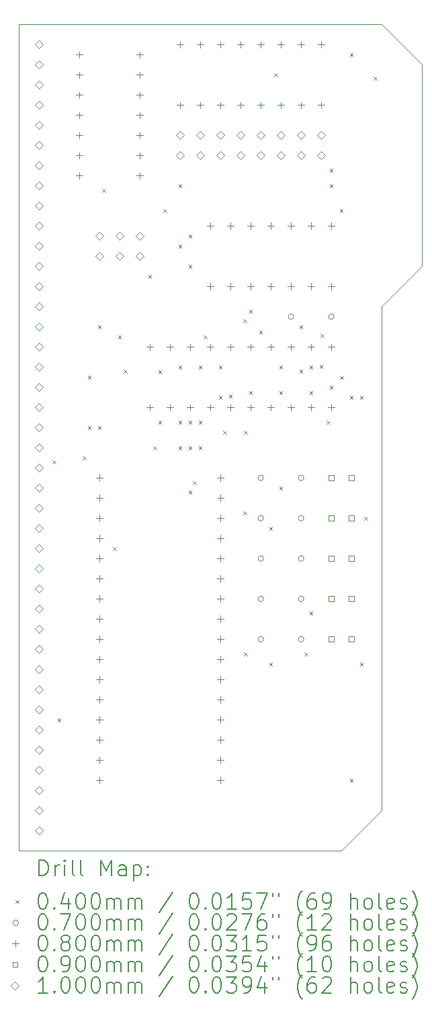
<source format=gbr>
%FSLAX45Y45*%
G04 Gerber Fmt 4.5, Leading zero omitted, Abs format (unit mm)*
G04 Created by KiCad (PCBNEW 6.0.2+dfsg-1) date 2023-09-16 22:12:09*
%MOMM*%
%LPD*%
G01*
G04 APERTURE LIST*
%TA.AperFunction,Profile*%
%ADD10C,0.050000*%
%TD*%
%ADD11C,0.200000*%
%ADD12C,0.040000*%
%ADD13C,0.070000*%
%ADD14C,0.080000*%
%ADD15C,0.090000*%
%ADD16C,0.100000*%
G04 APERTURE END LIST*
D10*
X13970000Y-4318000D02*
X13970000Y-6858000D01*
X13970000Y-6858000D02*
X13462000Y-7366000D01*
X13462000Y-7366000D02*
X13462000Y-13716000D01*
X13462000Y-13716000D02*
X12954000Y-14224000D01*
X12954000Y-14224000D02*
X8890000Y-14224000D01*
X8890000Y-14224000D02*
X8890000Y-3810000D01*
X8890000Y-3810000D02*
X13462000Y-3810000D01*
X13462000Y-3810000D02*
X13970000Y-4318000D01*
D11*
D12*
X9314500Y-9305550D02*
X9354500Y-9345550D01*
X9354500Y-9305550D02*
X9314500Y-9345550D01*
X9378000Y-12553000D02*
X9418000Y-12593000D01*
X9418000Y-12553000D02*
X9378000Y-12593000D01*
X9695500Y-9251000D02*
X9735500Y-9291000D01*
X9735500Y-9251000D02*
X9695500Y-9291000D01*
X9759000Y-8235000D02*
X9799000Y-8275000D01*
X9799000Y-8235000D02*
X9759000Y-8275000D01*
X9759000Y-8870000D02*
X9799000Y-8910000D01*
X9799000Y-8870000D02*
X9759000Y-8910000D01*
X9886000Y-7600000D02*
X9926000Y-7640000D01*
X9926000Y-7600000D02*
X9886000Y-7640000D01*
X9886000Y-8870000D02*
X9926000Y-8910000D01*
X9926000Y-8870000D02*
X9886000Y-8910000D01*
X9940550Y-5885500D02*
X9980550Y-5925500D01*
X9980550Y-5885500D02*
X9940550Y-5925500D01*
X10073285Y-10397215D02*
X10113285Y-10437215D01*
X10113285Y-10397215D02*
X10073285Y-10437215D01*
X10140000Y-7727000D02*
X10180000Y-7767000D01*
X10180000Y-7727000D02*
X10140000Y-7767000D01*
X10212450Y-8162550D02*
X10252450Y-8202550D01*
X10252450Y-8162550D02*
X10212450Y-8202550D01*
X10521000Y-6965000D02*
X10561000Y-7005000D01*
X10561000Y-6965000D02*
X10521000Y-7005000D01*
X10584500Y-9124000D02*
X10624500Y-9164000D01*
X10624500Y-9124000D02*
X10584500Y-9164000D01*
X10648000Y-8171928D02*
X10688000Y-8211928D01*
X10688000Y-8171928D02*
X10648000Y-8211928D01*
X10648000Y-8806500D02*
X10688000Y-8846500D01*
X10688000Y-8806500D02*
X10648000Y-8846500D01*
X10711500Y-6139500D02*
X10751500Y-6179500D01*
X10751500Y-6139500D02*
X10711500Y-6179500D01*
X10902000Y-5822000D02*
X10942000Y-5862000D01*
X10942000Y-5822000D02*
X10902000Y-5862000D01*
X10902000Y-6584000D02*
X10942000Y-6624000D01*
X10942000Y-6584000D02*
X10902000Y-6624000D01*
X10902000Y-8108000D02*
X10942000Y-8148000D01*
X10942000Y-8108000D02*
X10902000Y-8148000D01*
X10902000Y-8806500D02*
X10942000Y-8846500D01*
X10942000Y-8806500D02*
X10902000Y-8846500D01*
X10902000Y-9124000D02*
X10942000Y-9164000D01*
X10942000Y-9124000D02*
X10902000Y-9164000D01*
X11028500Y-8807000D02*
X11068500Y-8847000D01*
X11068500Y-8807000D02*
X11028500Y-8847000D01*
X11029000Y-6457000D02*
X11069000Y-6497000D01*
X11069000Y-6457000D02*
X11029000Y-6497000D01*
X11029000Y-6838000D02*
X11069000Y-6878000D01*
X11069000Y-6838000D02*
X11029000Y-6878000D01*
X11029000Y-9124000D02*
X11069000Y-9164000D01*
X11069000Y-9124000D02*
X11029000Y-9164000D01*
X11029000Y-9686550D02*
X11069000Y-9726550D01*
X11069000Y-9686550D02*
X11029000Y-9726550D01*
X11083550Y-9568500D02*
X11123550Y-9608500D01*
X11123550Y-9568500D02*
X11083550Y-9608500D01*
X11156000Y-8108000D02*
X11196000Y-8148000D01*
X11196000Y-8108000D02*
X11156000Y-8148000D01*
X11156000Y-8806500D02*
X11196000Y-8846500D01*
X11196000Y-8806500D02*
X11156000Y-8846500D01*
X11156000Y-9124000D02*
X11196000Y-9164000D01*
X11196000Y-9124000D02*
X11156000Y-9164000D01*
X11219500Y-7727000D02*
X11259500Y-7767000D01*
X11259500Y-7727000D02*
X11219500Y-7767000D01*
X11410000Y-8108000D02*
X11450000Y-8148000D01*
X11450000Y-8108000D02*
X11410000Y-8148000D01*
X11410000Y-8489000D02*
X11450000Y-8529000D01*
X11450000Y-8489000D02*
X11410000Y-8529000D01*
X11464550Y-8933500D02*
X11504550Y-8973500D01*
X11504550Y-8933500D02*
X11464550Y-8973500D01*
X11537047Y-8477051D02*
X11577047Y-8517051D01*
X11577047Y-8477051D02*
X11537047Y-8517051D01*
X11718550Y-7525793D02*
X11758550Y-7565793D01*
X11758550Y-7525793D02*
X11718550Y-7565793D01*
X11721401Y-9949500D02*
X11761401Y-9989500D01*
X11761401Y-9949500D02*
X11721401Y-9989500D01*
X11727500Y-8933500D02*
X11767500Y-8973500D01*
X11767500Y-8933500D02*
X11727500Y-8973500D01*
X11727500Y-11727500D02*
X11767500Y-11767500D01*
X11767500Y-11727500D02*
X11727500Y-11767500D01*
X11791000Y-7409500D02*
X11831000Y-7449500D01*
X11831000Y-7409500D02*
X11791000Y-7449500D01*
X11791000Y-8434450D02*
X11831000Y-8474450D01*
X11831000Y-8434450D02*
X11791000Y-8474450D01*
X11918000Y-7672450D02*
X11958000Y-7712450D01*
X11958000Y-7672450D02*
X11918000Y-7712450D01*
X12045000Y-10140000D02*
X12085000Y-10180000D01*
X12085000Y-10140000D02*
X12045000Y-10180000D01*
X12045000Y-11854500D02*
X12085000Y-11894500D01*
X12085000Y-11854500D02*
X12045000Y-11894500D01*
X12108500Y-4425000D02*
X12148500Y-4465000D01*
X12148500Y-4425000D02*
X12108500Y-4465000D01*
X12172000Y-8108000D02*
X12212000Y-8148000D01*
X12212000Y-8108000D02*
X12172000Y-8148000D01*
X12172000Y-8434450D02*
X12212000Y-8474450D01*
X12212000Y-8434450D02*
X12172000Y-8474450D01*
X12172000Y-9632000D02*
X12212000Y-9672000D01*
X12212000Y-9632000D02*
X12172000Y-9672000D01*
X12426000Y-7600000D02*
X12466000Y-7640000D01*
X12466000Y-7600000D02*
X12426000Y-7640000D01*
X12426000Y-8162550D02*
X12466000Y-8202550D01*
X12466000Y-8162550D02*
X12426000Y-8202550D01*
X12489500Y-11727500D02*
X12529500Y-11767500D01*
X12529500Y-11727500D02*
X12489500Y-11767500D01*
X12553000Y-8108000D02*
X12593000Y-8148000D01*
X12593000Y-8108000D02*
X12553000Y-8148000D01*
X12553000Y-8434450D02*
X12593000Y-8474450D01*
X12593000Y-8434450D02*
X12553000Y-8474450D01*
X12553000Y-11210550D02*
X12593000Y-11250550D01*
X12593000Y-11210550D02*
X12553000Y-11250550D01*
X12680000Y-8099050D02*
X12720000Y-8139050D01*
X12720000Y-8099050D02*
X12680000Y-8139050D01*
X12692270Y-7714730D02*
X12732270Y-7754730D01*
X12732270Y-7714730D02*
X12692270Y-7754730D01*
X12766499Y-8806500D02*
X12806499Y-8846500D01*
X12806499Y-8806500D02*
X12766499Y-8846500D01*
X12807000Y-5631500D02*
X12847000Y-5671500D01*
X12847000Y-5631500D02*
X12807000Y-5671500D01*
X12807000Y-5822000D02*
X12847000Y-5862000D01*
X12847000Y-5822000D02*
X12807000Y-5862000D01*
X12807000Y-8362000D02*
X12847000Y-8402000D01*
X12847000Y-8362000D02*
X12807000Y-8402000D01*
X12934000Y-6139500D02*
X12974000Y-6179500D01*
X12974000Y-6139500D02*
X12934000Y-6179500D01*
X12940339Y-8241360D02*
X12980339Y-8281360D01*
X12980339Y-8241360D02*
X12940339Y-8281360D01*
X13061000Y-4171000D02*
X13101000Y-4211000D01*
X13101000Y-4171000D02*
X13061000Y-4211000D01*
X13061000Y-8489000D02*
X13101000Y-8529000D01*
X13101000Y-8489000D02*
X13061000Y-8529000D01*
X13061000Y-13315000D02*
X13101000Y-13355000D01*
X13101000Y-13315000D02*
X13061000Y-13355000D01*
X13188000Y-8489000D02*
X13228000Y-8529000D01*
X13228000Y-8489000D02*
X13188000Y-8529000D01*
X13188000Y-11854500D02*
X13228000Y-11894500D01*
X13228000Y-11854500D02*
X13188000Y-11894500D01*
X13242550Y-10013000D02*
X13282550Y-10053000D01*
X13282550Y-10013000D02*
X13242550Y-10053000D01*
X13359952Y-4469952D02*
X13399952Y-4509952D01*
X13399952Y-4469952D02*
X13359952Y-4509952D01*
D13*
X11973000Y-9525000D02*
G75*
G03*
X11973000Y-9525000I-35000J0D01*
G01*
X11973000Y-10033000D02*
G75*
G03*
X11973000Y-10033000I-35000J0D01*
G01*
X11973000Y-10541000D02*
G75*
G03*
X11973000Y-10541000I-35000J0D01*
G01*
X11973000Y-11049000D02*
G75*
G03*
X11973000Y-11049000I-35000J0D01*
G01*
X11973000Y-11557000D02*
G75*
G03*
X11973000Y-11557000I-35000J0D01*
G01*
X12354000Y-7493000D02*
G75*
G03*
X12354000Y-7493000I-35000J0D01*
G01*
X12481000Y-9525000D02*
G75*
G03*
X12481000Y-9525000I-35000J0D01*
G01*
X12481000Y-10033000D02*
G75*
G03*
X12481000Y-10033000I-35000J0D01*
G01*
X12481000Y-10541000D02*
G75*
G03*
X12481000Y-10541000I-35000J0D01*
G01*
X12481000Y-11049000D02*
G75*
G03*
X12481000Y-11049000I-35000J0D01*
G01*
X12481000Y-11557000D02*
G75*
G03*
X12481000Y-11557000I-35000J0D01*
G01*
X12862000Y-7493000D02*
G75*
G03*
X12862000Y-7493000I-35000J0D01*
G01*
D14*
X9651000Y-4151500D02*
X9651000Y-4231500D01*
X9611000Y-4191500D02*
X9691000Y-4191500D01*
X9651000Y-4405500D02*
X9651000Y-4485500D01*
X9611000Y-4445500D02*
X9691000Y-4445500D01*
X9651000Y-4659500D02*
X9651000Y-4739500D01*
X9611000Y-4699500D02*
X9691000Y-4699500D01*
X9651000Y-4913500D02*
X9651000Y-4993500D01*
X9611000Y-4953500D02*
X9691000Y-4953500D01*
X9651000Y-5167500D02*
X9651000Y-5247500D01*
X9611000Y-5207500D02*
X9691000Y-5207500D01*
X9651000Y-5421500D02*
X9651000Y-5501500D01*
X9611000Y-5461500D02*
X9691000Y-5461500D01*
X9651000Y-5675500D02*
X9651000Y-5755500D01*
X9611000Y-5715500D02*
X9691000Y-5715500D01*
X9906500Y-9485000D02*
X9906500Y-9565000D01*
X9866500Y-9525000D02*
X9946500Y-9525000D01*
X9906500Y-9739000D02*
X9906500Y-9819000D01*
X9866500Y-9779000D02*
X9946500Y-9779000D01*
X9906500Y-9993000D02*
X9906500Y-10073000D01*
X9866500Y-10033000D02*
X9946500Y-10033000D01*
X9906500Y-10247000D02*
X9906500Y-10327000D01*
X9866500Y-10287000D02*
X9946500Y-10287000D01*
X9906500Y-10501000D02*
X9906500Y-10581000D01*
X9866500Y-10541000D02*
X9946500Y-10541000D01*
X9906500Y-10755000D02*
X9906500Y-10835000D01*
X9866500Y-10795000D02*
X9946500Y-10795000D01*
X9906500Y-11009000D02*
X9906500Y-11089000D01*
X9866500Y-11049000D02*
X9946500Y-11049000D01*
X9906500Y-11263000D02*
X9906500Y-11343000D01*
X9866500Y-11303000D02*
X9946500Y-11303000D01*
X9906500Y-11517000D02*
X9906500Y-11597000D01*
X9866500Y-11557000D02*
X9946500Y-11557000D01*
X9906500Y-11771000D02*
X9906500Y-11851000D01*
X9866500Y-11811000D02*
X9946500Y-11811000D01*
X9906500Y-12025000D02*
X9906500Y-12105000D01*
X9866500Y-12065000D02*
X9946500Y-12065000D01*
X9906500Y-12279000D02*
X9906500Y-12359000D01*
X9866500Y-12319000D02*
X9946500Y-12319000D01*
X9906500Y-12533000D02*
X9906500Y-12613000D01*
X9866500Y-12573000D02*
X9946500Y-12573000D01*
X9906500Y-12787000D02*
X9906500Y-12867000D01*
X9866500Y-12827000D02*
X9946500Y-12827000D01*
X9906500Y-13041000D02*
X9906500Y-13121000D01*
X9866500Y-13081000D02*
X9946500Y-13081000D01*
X9906500Y-13295000D02*
X9906500Y-13375000D01*
X9866500Y-13335000D02*
X9946500Y-13335000D01*
X10413000Y-4151500D02*
X10413000Y-4231500D01*
X10373000Y-4191500D02*
X10453000Y-4191500D01*
X10413000Y-4405500D02*
X10413000Y-4485500D01*
X10373000Y-4445500D02*
X10453000Y-4445500D01*
X10413000Y-4659500D02*
X10413000Y-4739500D01*
X10373000Y-4699500D02*
X10453000Y-4699500D01*
X10413000Y-4913500D02*
X10413000Y-4993500D01*
X10373000Y-4953500D02*
X10453000Y-4953500D01*
X10413000Y-5167500D02*
X10413000Y-5247500D01*
X10373000Y-5207500D02*
X10453000Y-5207500D01*
X10413000Y-5421500D02*
X10413000Y-5501500D01*
X10373000Y-5461500D02*
X10453000Y-5461500D01*
X10413000Y-5675500D02*
X10413000Y-5755500D01*
X10373000Y-5715500D02*
X10453000Y-5715500D01*
X10540500Y-7835000D02*
X10540500Y-7915000D01*
X10500500Y-7875000D02*
X10580500Y-7875000D01*
X10540500Y-8597000D02*
X10540500Y-8677000D01*
X10500500Y-8637000D02*
X10580500Y-8637000D01*
X10794500Y-7835000D02*
X10794500Y-7915000D01*
X10754500Y-7875000D02*
X10834500Y-7875000D01*
X10794500Y-8597000D02*
X10794500Y-8677000D01*
X10754500Y-8637000D02*
X10834500Y-8637000D01*
X10920500Y-4025000D02*
X10920500Y-4105000D01*
X10880500Y-4065000D02*
X10960500Y-4065000D01*
X10920500Y-4787000D02*
X10920500Y-4867000D01*
X10880500Y-4827000D02*
X10960500Y-4827000D01*
X11048500Y-7835000D02*
X11048500Y-7915000D01*
X11008500Y-7875000D02*
X11088500Y-7875000D01*
X11048500Y-8597000D02*
X11048500Y-8677000D01*
X11008500Y-8637000D02*
X11088500Y-8637000D01*
X11174500Y-4025000D02*
X11174500Y-4105000D01*
X11134500Y-4065000D02*
X11214500Y-4065000D01*
X11174500Y-4787000D02*
X11174500Y-4867000D01*
X11134500Y-4827000D02*
X11214500Y-4827000D01*
X11302500Y-6309000D02*
X11302500Y-6389000D01*
X11262500Y-6349000D02*
X11342500Y-6349000D01*
X11302500Y-7071000D02*
X11302500Y-7151000D01*
X11262500Y-7111000D02*
X11342500Y-7111000D01*
X11302500Y-7835000D02*
X11302500Y-7915000D01*
X11262500Y-7875000D02*
X11342500Y-7875000D01*
X11302500Y-8597000D02*
X11302500Y-8677000D01*
X11262500Y-8637000D02*
X11342500Y-8637000D01*
X11428500Y-4025000D02*
X11428500Y-4105000D01*
X11388500Y-4065000D02*
X11468500Y-4065000D01*
X11428500Y-4787000D02*
X11428500Y-4867000D01*
X11388500Y-4827000D02*
X11468500Y-4827000D01*
X11430500Y-9485000D02*
X11430500Y-9565000D01*
X11390500Y-9525000D02*
X11470500Y-9525000D01*
X11430500Y-9739000D02*
X11430500Y-9819000D01*
X11390500Y-9779000D02*
X11470500Y-9779000D01*
X11430500Y-9993000D02*
X11430500Y-10073000D01*
X11390500Y-10033000D02*
X11470500Y-10033000D01*
X11430500Y-10247000D02*
X11430500Y-10327000D01*
X11390500Y-10287000D02*
X11470500Y-10287000D01*
X11430500Y-10501000D02*
X11430500Y-10581000D01*
X11390500Y-10541000D02*
X11470500Y-10541000D01*
X11430500Y-10755000D02*
X11430500Y-10835000D01*
X11390500Y-10795000D02*
X11470500Y-10795000D01*
X11430500Y-11009000D02*
X11430500Y-11089000D01*
X11390500Y-11049000D02*
X11470500Y-11049000D01*
X11430500Y-11263000D02*
X11430500Y-11343000D01*
X11390500Y-11303000D02*
X11470500Y-11303000D01*
X11430500Y-11517000D02*
X11430500Y-11597000D01*
X11390500Y-11557000D02*
X11470500Y-11557000D01*
X11430500Y-11771000D02*
X11430500Y-11851000D01*
X11390500Y-11811000D02*
X11470500Y-11811000D01*
X11430500Y-12025000D02*
X11430500Y-12105000D01*
X11390500Y-12065000D02*
X11470500Y-12065000D01*
X11430500Y-12279000D02*
X11430500Y-12359000D01*
X11390500Y-12319000D02*
X11470500Y-12319000D01*
X11430500Y-12533000D02*
X11430500Y-12613000D01*
X11390500Y-12573000D02*
X11470500Y-12573000D01*
X11430500Y-12787000D02*
X11430500Y-12867000D01*
X11390500Y-12827000D02*
X11470500Y-12827000D01*
X11430500Y-13041000D02*
X11430500Y-13121000D01*
X11390500Y-13081000D02*
X11470500Y-13081000D01*
X11430500Y-13295000D02*
X11430500Y-13375000D01*
X11390500Y-13335000D02*
X11470500Y-13335000D01*
X11556500Y-6309000D02*
X11556500Y-6389000D01*
X11516500Y-6349000D02*
X11596500Y-6349000D01*
X11556500Y-7071000D02*
X11556500Y-7151000D01*
X11516500Y-7111000D02*
X11596500Y-7111000D01*
X11556500Y-7835000D02*
X11556500Y-7915000D01*
X11516500Y-7875000D02*
X11596500Y-7875000D01*
X11556500Y-8597000D02*
X11556500Y-8677000D01*
X11516500Y-8637000D02*
X11596500Y-8637000D01*
X11682500Y-4025000D02*
X11682500Y-4105000D01*
X11642500Y-4065000D02*
X11722500Y-4065000D01*
X11682500Y-4787000D02*
X11682500Y-4867000D01*
X11642500Y-4827000D02*
X11722500Y-4827000D01*
X11810500Y-6309000D02*
X11810500Y-6389000D01*
X11770500Y-6349000D02*
X11850500Y-6349000D01*
X11810500Y-7071000D02*
X11810500Y-7151000D01*
X11770500Y-7111000D02*
X11850500Y-7111000D01*
X11810500Y-7835000D02*
X11810500Y-7915000D01*
X11770500Y-7875000D02*
X11850500Y-7875000D01*
X11810500Y-8597000D02*
X11810500Y-8677000D01*
X11770500Y-8637000D02*
X11850500Y-8637000D01*
X11936500Y-4025000D02*
X11936500Y-4105000D01*
X11896500Y-4065000D02*
X11976500Y-4065000D01*
X11936500Y-4787000D02*
X11936500Y-4867000D01*
X11896500Y-4827000D02*
X11976500Y-4827000D01*
X12064500Y-6309000D02*
X12064500Y-6389000D01*
X12024500Y-6349000D02*
X12104500Y-6349000D01*
X12064500Y-7071000D02*
X12064500Y-7151000D01*
X12024500Y-7111000D02*
X12104500Y-7111000D01*
X12064500Y-7835000D02*
X12064500Y-7915000D01*
X12024500Y-7875000D02*
X12104500Y-7875000D01*
X12064500Y-8597000D02*
X12064500Y-8677000D01*
X12024500Y-8637000D02*
X12104500Y-8637000D01*
X12190500Y-4025000D02*
X12190500Y-4105000D01*
X12150500Y-4065000D02*
X12230500Y-4065000D01*
X12190500Y-4787000D02*
X12190500Y-4867000D01*
X12150500Y-4827000D02*
X12230500Y-4827000D01*
X12318500Y-6309000D02*
X12318500Y-6389000D01*
X12278500Y-6349000D02*
X12358500Y-6349000D01*
X12318500Y-7071000D02*
X12318500Y-7151000D01*
X12278500Y-7111000D02*
X12358500Y-7111000D01*
X12318500Y-7835000D02*
X12318500Y-7915000D01*
X12278500Y-7875000D02*
X12358500Y-7875000D01*
X12318500Y-8597000D02*
X12318500Y-8677000D01*
X12278500Y-8637000D02*
X12358500Y-8637000D01*
X12444500Y-4025000D02*
X12444500Y-4105000D01*
X12404500Y-4065000D02*
X12484500Y-4065000D01*
X12444500Y-4787000D02*
X12444500Y-4867000D01*
X12404500Y-4827000D02*
X12484500Y-4827000D01*
X12572500Y-6309000D02*
X12572500Y-6389000D01*
X12532500Y-6349000D02*
X12612500Y-6349000D01*
X12572500Y-7071000D02*
X12572500Y-7151000D01*
X12532500Y-7111000D02*
X12612500Y-7111000D01*
X12572500Y-7835000D02*
X12572500Y-7915000D01*
X12532500Y-7875000D02*
X12612500Y-7875000D01*
X12572500Y-8597000D02*
X12572500Y-8677000D01*
X12532500Y-8637000D02*
X12612500Y-8637000D01*
X12698500Y-4025000D02*
X12698500Y-4105000D01*
X12658500Y-4065000D02*
X12738500Y-4065000D01*
X12698500Y-4787000D02*
X12698500Y-4867000D01*
X12658500Y-4827000D02*
X12738500Y-4827000D01*
X12826500Y-6309000D02*
X12826500Y-6389000D01*
X12786500Y-6349000D02*
X12866500Y-6349000D01*
X12826500Y-7071000D02*
X12826500Y-7151000D01*
X12786500Y-7111000D02*
X12866500Y-7111000D01*
X12826500Y-7835000D02*
X12826500Y-7915000D01*
X12786500Y-7875000D02*
X12866500Y-7875000D01*
X12826500Y-8597000D02*
X12826500Y-8677000D01*
X12786500Y-8637000D02*
X12866500Y-8637000D01*
D15*
X12858820Y-9556820D02*
X12858820Y-9493180D01*
X12795180Y-9493180D01*
X12795180Y-9556820D01*
X12858820Y-9556820D01*
X12858820Y-10064820D02*
X12858820Y-10001180D01*
X12795180Y-10001180D01*
X12795180Y-10064820D01*
X12858820Y-10064820D01*
X12858820Y-10572820D02*
X12858820Y-10509180D01*
X12795180Y-10509180D01*
X12795180Y-10572820D01*
X12858820Y-10572820D01*
X12858820Y-11080820D02*
X12858820Y-11017180D01*
X12795180Y-11017180D01*
X12795180Y-11080820D01*
X12858820Y-11080820D01*
X12858820Y-11588820D02*
X12858820Y-11525180D01*
X12795180Y-11525180D01*
X12795180Y-11588820D01*
X12858820Y-11588820D01*
X13112820Y-9556820D02*
X13112820Y-9493180D01*
X13049180Y-9493180D01*
X13049180Y-9556820D01*
X13112820Y-9556820D01*
X13112820Y-10064820D02*
X13112820Y-10001180D01*
X13049180Y-10001180D01*
X13049180Y-10064820D01*
X13112820Y-10064820D01*
X13112820Y-10572820D02*
X13112820Y-10509180D01*
X13049180Y-10509180D01*
X13049180Y-10572820D01*
X13112820Y-10572820D01*
X13112820Y-11080820D02*
X13112820Y-11017180D01*
X13049180Y-11017180D01*
X13049180Y-11080820D01*
X13112820Y-11080820D01*
X13112820Y-11588820D02*
X13112820Y-11525180D01*
X13049180Y-11525180D01*
X13049180Y-11588820D01*
X13112820Y-11588820D01*
D16*
X9144000Y-4114000D02*
X9194000Y-4064000D01*
X9144000Y-4014000D01*
X9094000Y-4064000D01*
X9144000Y-4114000D01*
X9144000Y-4368000D02*
X9194000Y-4318000D01*
X9144000Y-4268000D01*
X9094000Y-4318000D01*
X9144000Y-4368000D01*
X9144000Y-4622000D02*
X9194000Y-4572000D01*
X9144000Y-4522000D01*
X9094000Y-4572000D01*
X9144000Y-4622000D01*
X9144000Y-4876000D02*
X9194000Y-4826000D01*
X9144000Y-4776000D01*
X9094000Y-4826000D01*
X9144000Y-4876000D01*
X9144000Y-5130000D02*
X9194000Y-5080000D01*
X9144000Y-5030000D01*
X9094000Y-5080000D01*
X9144000Y-5130000D01*
X9144000Y-5384000D02*
X9194000Y-5334000D01*
X9144000Y-5284000D01*
X9094000Y-5334000D01*
X9144000Y-5384000D01*
X9144000Y-5638000D02*
X9194000Y-5588000D01*
X9144000Y-5538000D01*
X9094000Y-5588000D01*
X9144000Y-5638000D01*
X9144000Y-5892000D02*
X9194000Y-5842000D01*
X9144000Y-5792000D01*
X9094000Y-5842000D01*
X9144000Y-5892000D01*
X9144000Y-6146000D02*
X9194000Y-6096000D01*
X9144000Y-6046000D01*
X9094000Y-6096000D01*
X9144000Y-6146000D01*
X9144000Y-6400000D02*
X9194000Y-6350000D01*
X9144000Y-6300000D01*
X9094000Y-6350000D01*
X9144000Y-6400000D01*
X9144000Y-6654000D02*
X9194000Y-6604000D01*
X9144000Y-6554000D01*
X9094000Y-6604000D01*
X9144000Y-6654000D01*
X9144000Y-6908000D02*
X9194000Y-6858000D01*
X9144000Y-6808000D01*
X9094000Y-6858000D01*
X9144000Y-6908000D01*
X9144000Y-7162000D02*
X9194000Y-7112000D01*
X9144000Y-7062000D01*
X9094000Y-7112000D01*
X9144000Y-7162000D01*
X9144000Y-7416000D02*
X9194000Y-7366000D01*
X9144000Y-7316000D01*
X9094000Y-7366000D01*
X9144000Y-7416000D01*
X9144000Y-7670000D02*
X9194000Y-7620000D01*
X9144000Y-7570000D01*
X9094000Y-7620000D01*
X9144000Y-7670000D01*
X9144000Y-7924000D02*
X9194000Y-7874000D01*
X9144000Y-7824000D01*
X9094000Y-7874000D01*
X9144000Y-7924000D01*
X9144000Y-8178000D02*
X9194000Y-8128000D01*
X9144000Y-8078000D01*
X9094000Y-8128000D01*
X9144000Y-8178000D01*
X9144000Y-8432000D02*
X9194000Y-8382000D01*
X9144000Y-8332000D01*
X9094000Y-8382000D01*
X9144000Y-8432000D01*
X9144000Y-8686000D02*
X9194000Y-8636000D01*
X9144000Y-8586000D01*
X9094000Y-8636000D01*
X9144000Y-8686000D01*
X9144000Y-8940000D02*
X9194000Y-8890000D01*
X9144000Y-8840000D01*
X9094000Y-8890000D01*
X9144000Y-8940000D01*
X9144000Y-9194000D02*
X9194000Y-9144000D01*
X9144000Y-9094000D01*
X9094000Y-9144000D01*
X9144000Y-9194000D01*
X9144000Y-9448000D02*
X9194000Y-9398000D01*
X9144000Y-9348000D01*
X9094000Y-9398000D01*
X9144000Y-9448000D01*
X9144000Y-9702000D02*
X9194000Y-9652000D01*
X9144000Y-9602000D01*
X9094000Y-9652000D01*
X9144000Y-9702000D01*
X9144000Y-9956000D02*
X9194000Y-9906000D01*
X9144000Y-9856000D01*
X9094000Y-9906000D01*
X9144000Y-9956000D01*
X9144000Y-10210000D02*
X9194000Y-10160000D01*
X9144000Y-10110000D01*
X9094000Y-10160000D01*
X9144000Y-10210000D01*
X9144000Y-10464000D02*
X9194000Y-10414000D01*
X9144000Y-10364000D01*
X9094000Y-10414000D01*
X9144000Y-10464000D01*
X9144000Y-10718000D02*
X9194000Y-10668000D01*
X9144000Y-10618000D01*
X9094000Y-10668000D01*
X9144000Y-10718000D01*
X9144000Y-10972000D02*
X9194000Y-10922000D01*
X9144000Y-10872000D01*
X9094000Y-10922000D01*
X9144000Y-10972000D01*
X9144000Y-11226000D02*
X9194000Y-11176000D01*
X9144000Y-11126000D01*
X9094000Y-11176000D01*
X9144000Y-11226000D01*
X9144000Y-11480000D02*
X9194000Y-11430000D01*
X9144000Y-11380000D01*
X9094000Y-11430000D01*
X9144000Y-11480000D01*
X9144000Y-11734000D02*
X9194000Y-11684000D01*
X9144000Y-11634000D01*
X9094000Y-11684000D01*
X9144000Y-11734000D01*
X9144000Y-11988000D02*
X9194000Y-11938000D01*
X9144000Y-11888000D01*
X9094000Y-11938000D01*
X9144000Y-11988000D01*
X9144000Y-12242000D02*
X9194000Y-12192000D01*
X9144000Y-12142000D01*
X9094000Y-12192000D01*
X9144000Y-12242000D01*
X9144000Y-12496000D02*
X9194000Y-12446000D01*
X9144000Y-12396000D01*
X9094000Y-12446000D01*
X9144000Y-12496000D01*
X9144000Y-12750000D02*
X9194000Y-12700000D01*
X9144000Y-12650000D01*
X9094000Y-12700000D01*
X9144000Y-12750000D01*
X9144000Y-13004000D02*
X9194000Y-12954000D01*
X9144000Y-12904000D01*
X9094000Y-12954000D01*
X9144000Y-13004000D01*
X9144000Y-13258000D02*
X9194000Y-13208000D01*
X9144000Y-13158000D01*
X9094000Y-13208000D01*
X9144000Y-13258000D01*
X9144000Y-13512000D02*
X9194000Y-13462000D01*
X9144000Y-13412000D01*
X9094000Y-13462000D01*
X9144000Y-13512000D01*
X9144000Y-13766000D02*
X9194000Y-13716000D01*
X9144000Y-13666000D01*
X9094000Y-13716000D01*
X9144000Y-13766000D01*
X9144000Y-14020000D02*
X9194000Y-13970000D01*
X9144000Y-13920000D01*
X9094000Y-13970000D01*
X9144000Y-14020000D01*
X9907500Y-6527500D02*
X9957500Y-6477500D01*
X9907500Y-6427500D01*
X9857500Y-6477500D01*
X9907500Y-6527500D01*
X9907500Y-6781500D02*
X9957500Y-6731500D01*
X9907500Y-6681500D01*
X9857500Y-6731500D01*
X9907500Y-6781500D01*
X10161500Y-6527500D02*
X10211500Y-6477500D01*
X10161500Y-6427500D01*
X10111500Y-6477500D01*
X10161500Y-6527500D01*
X10161500Y-6781500D02*
X10211500Y-6731500D01*
X10161500Y-6681500D01*
X10111500Y-6731500D01*
X10161500Y-6781500D01*
X10415500Y-6527500D02*
X10465500Y-6477500D01*
X10415500Y-6427500D01*
X10365500Y-6477500D01*
X10415500Y-6527500D01*
X10415500Y-6781500D02*
X10465500Y-6731500D01*
X10415500Y-6681500D01*
X10365500Y-6731500D01*
X10415500Y-6781500D01*
X10922000Y-5257000D02*
X10972000Y-5207000D01*
X10922000Y-5157000D01*
X10872000Y-5207000D01*
X10922000Y-5257000D01*
X10922000Y-5511000D02*
X10972000Y-5461000D01*
X10922000Y-5411000D01*
X10872000Y-5461000D01*
X10922000Y-5511000D01*
X11176000Y-5257000D02*
X11226000Y-5207000D01*
X11176000Y-5157000D01*
X11126000Y-5207000D01*
X11176000Y-5257000D01*
X11176000Y-5511000D02*
X11226000Y-5461000D01*
X11176000Y-5411000D01*
X11126000Y-5461000D01*
X11176000Y-5511000D01*
X11430000Y-5257000D02*
X11480000Y-5207000D01*
X11430000Y-5157000D01*
X11380000Y-5207000D01*
X11430000Y-5257000D01*
X11430000Y-5511000D02*
X11480000Y-5461000D01*
X11430000Y-5411000D01*
X11380000Y-5461000D01*
X11430000Y-5511000D01*
X11684000Y-5257000D02*
X11734000Y-5207000D01*
X11684000Y-5157000D01*
X11634000Y-5207000D01*
X11684000Y-5257000D01*
X11684000Y-5511000D02*
X11734000Y-5461000D01*
X11684000Y-5411000D01*
X11634000Y-5461000D01*
X11684000Y-5511000D01*
X11938000Y-5257000D02*
X11988000Y-5207000D01*
X11938000Y-5157000D01*
X11888000Y-5207000D01*
X11938000Y-5257000D01*
X11938000Y-5511000D02*
X11988000Y-5461000D01*
X11938000Y-5411000D01*
X11888000Y-5461000D01*
X11938000Y-5511000D01*
X12192000Y-5257000D02*
X12242000Y-5207000D01*
X12192000Y-5157000D01*
X12142000Y-5207000D01*
X12192000Y-5257000D01*
X12192000Y-5511000D02*
X12242000Y-5461000D01*
X12192000Y-5411000D01*
X12142000Y-5461000D01*
X12192000Y-5511000D01*
X12446000Y-5257000D02*
X12496000Y-5207000D01*
X12446000Y-5157000D01*
X12396000Y-5207000D01*
X12446000Y-5257000D01*
X12446000Y-5511000D02*
X12496000Y-5461000D01*
X12446000Y-5411000D01*
X12396000Y-5461000D01*
X12446000Y-5511000D01*
X12700000Y-5257000D02*
X12750000Y-5207000D01*
X12700000Y-5157000D01*
X12650000Y-5207000D01*
X12700000Y-5257000D01*
X12700000Y-5511000D02*
X12750000Y-5461000D01*
X12700000Y-5411000D01*
X12650000Y-5461000D01*
X12700000Y-5511000D01*
D11*
X9145119Y-14536976D02*
X9145119Y-14336976D01*
X9192738Y-14336976D01*
X9221310Y-14346500D01*
X9240357Y-14365548D01*
X9249881Y-14384595D01*
X9259405Y-14422690D01*
X9259405Y-14451262D01*
X9249881Y-14489357D01*
X9240357Y-14508405D01*
X9221310Y-14527452D01*
X9192738Y-14536976D01*
X9145119Y-14536976D01*
X9345119Y-14536976D02*
X9345119Y-14403643D01*
X9345119Y-14441738D02*
X9354643Y-14422690D01*
X9364167Y-14413167D01*
X9383214Y-14403643D01*
X9402262Y-14403643D01*
X9468929Y-14536976D02*
X9468929Y-14403643D01*
X9468929Y-14336976D02*
X9459405Y-14346500D01*
X9468929Y-14356024D01*
X9478452Y-14346500D01*
X9468929Y-14336976D01*
X9468929Y-14356024D01*
X9592738Y-14536976D02*
X9573690Y-14527452D01*
X9564167Y-14508405D01*
X9564167Y-14336976D01*
X9697500Y-14536976D02*
X9678452Y-14527452D01*
X9668929Y-14508405D01*
X9668929Y-14336976D01*
X9926071Y-14536976D02*
X9926071Y-14336976D01*
X9992738Y-14479833D01*
X10059405Y-14336976D01*
X10059405Y-14536976D01*
X10240357Y-14536976D02*
X10240357Y-14432214D01*
X10230833Y-14413167D01*
X10211786Y-14403643D01*
X10173690Y-14403643D01*
X10154643Y-14413167D01*
X10240357Y-14527452D02*
X10221310Y-14536976D01*
X10173690Y-14536976D01*
X10154643Y-14527452D01*
X10145119Y-14508405D01*
X10145119Y-14489357D01*
X10154643Y-14470309D01*
X10173690Y-14460786D01*
X10221310Y-14460786D01*
X10240357Y-14451262D01*
X10335595Y-14403643D02*
X10335595Y-14603643D01*
X10335595Y-14413167D02*
X10354643Y-14403643D01*
X10392738Y-14403643D01*
X10411786Y-14413167D01*
X10421310Y-14422690D01*
X10430833Y-14441738D01*
X10430833Y-14498881D01*
X10421310Y-14517928D01*
X10411786Y-14527452D01*
X10392738Y-14536976D01*
X10354643Y-14536976D01*
X10335595Y-14527452D01*
X10516548Y-14517928D02*
X10526071Y-14527452D01*
X10516548Y-14536976D01*
X10507024Y-14527452D01*
X10516548Y-14517928D01*
X10516548Y-14536976D01*
X10516548Y-14413167D02*
X10526071Y-14422690D01*
X10516548Y-14432214D01*
X10507024Y-14422690D01*
X10516548Y-14413167D01*
X10516548Y-14432214D01*
D12*
X8847500Y-14846500D02*
X8887500Y-14886500D01*
X8887500Y-14846500D02*
X8847500Y-14886500D01*
D11*
X9183214Y-14756976D02*
X9202262Y-14756976D01*
X9221310Y-14766500D01*
X9230833Y-14776024D01*
X9240357Y-14795071D01*
X9249881Y-14833167D01*
X9249881Y-14880786D01*
X9240357Y-14918881D01*
X9230833Y-14937928D01*
X9221310Y-14947452D01*
X9202262Y-14956976D01*
X9183214Y-14956976D01*
X9164167Y-14947452D01*
X9154643Y-14937928D01*
X9145119Y-14918881D01*
X9135595Y-14880786D01*
X9135595Y-14833167D01*
X9145119Y-14795071D01*
X9154643Y-14776024D01*
X9164167Y-14766500D01*
X9183214Y-14756976D01*
X9335595Y-14937928D02*
X9345119Y-14947452D01*
X9335595Y-14956976D01*
X9326071Y-14947452D01*
X9335595Y-14937928D01*
X9335595Y-14956976D01*
X9516548Y-14823643D02*
X9516548Y-14956976D01*
X9468929Y-14747452D02*
X9421310Y-14890309D01*
X9545119Y-14890309D01*
X9659405Y-14756976D02*
X9678452Y-14756976D01*
X9697500Y-14766500D01*
X9707024Y-14776024D01*
X9716548Y-14795071D01*
X9726071Y-14833167D01*
X9726071Y-14880786D01*
X9716548Y-14918881D01*
X9707024Y-14937928D01*
X9697500Y-14947452D01*
X9678452Y-14956976D01*
X9659405Y-14956976D01*
X9640357Y-14947452D01*
X9630833Y-14937928D01*
X9621310Y-14918881D01*
X9611786Y-14880786D01*
X9611786Y-14833167D01*
X9621310Y-14795071D01*
X9630833Y-14776024D01*
X9640357Y-14766500D01*
X9659405Y-14756976D01*
X9849881Y-14756976D02*
X9868929Y-14756976D01*
X9887976Y-14766500D01*
X9897500Y-14776024D01*
X9907024Y-14795071D01*
X9916548Y-14833167D01*
X9916548Y-14880786D01*
X9907024Y-14918881D01*
X9897500Y-14937928D01*
X9887976Y-14947452D01*
X9868929Y-14956976D01*
X9849881Y-14956976D01*
X9830833Y-14947452D01*
X9821310Y-14937928D01*
X9811786Y-14918881D01*
X9802262Y-14880786D01*
X9802262Y-14833167D01*
X9811786Y-14795071D01*
X9821310Y-14776024D01*
X9830833Y-14766500D01*
X9849881Y-14756976D01*
X10002262Y-14956976D02*
X10002262Y-14823643D01*
X10002262Y-14842690D02*
X10011786Y-14833167D01*
X10030833Y-14823643D01*
X10059405Y-14823643D01*
X10078452Y-14833167D01*
X10087976Y-14852214D01*
X10087976Y-14956976D01*
X10087976Y-14852214D02*
X10097500Y-14833167D01*
X10116548Y-14823643D01*
X10145119Y-14823643D01*
X10164167Y-14833167D01*
X10173690Y-14852214D01*
X10173690Y-14956976D01*
X10268929Y-14956976D02*
X10268929Y-14823643D01*
X10268929Y-14842690D02*
X10278452Y-14833167D01*
X10297500Y-14823643D01*
X10326071Y-14823643D01*
X10345119Y-14833167D01*
X10354643Y-14852214D01*
X10354643Y-14956976D01*
X10354643Y-14852214D02*
X10364167Y-14833167D01*
X10383214Y-14823643D01*
X10411786Y-14823643D01*
X10430833Y-14833167D01*
X10440357Y-14852214D01*
X10440357Y-14956976D01*
X10830833Y-14747452D02*
X10659405Y-15004595D01*
X11087976Y-14756976D02*
X11107024Y-14756976D01*
X11126071Y-14766500D01*
X11135595Y-14776024D01*
X11145119Y-14795071D01*
X11154643Y-14833167D01*
X11154643Y-14880786D01*
X11145119Y-14918881D01*
X11135595Y-14937928D01*
X11126071Y-14947452D01*
X11107024Y-14956976D01*
X11087976Y-14956976D01*
X11068929Y-14947452D01*
X11059405Y-14937928D01*
X11049881Y-14918881D01*
X11040357Y-14880786D01*
X11040357Y-14833167D01*
X11049881Y-14795071D01*
X11059405Y-14776024D01*
X11068929Y-14766500D01*
X11087976Y-14756976D01*
X11240357Y-14937928D02*
X11249881Y-14947452D01*
X11240357Y-14956976D01*
X11230833Y-14947452D01*
X11240357Y-14937928D01*
X11240357Y-14956976D01*
X11373690Y-14756976D02*
X11392738Y-14756976D01*
X11411786Y-14766500D01*
X11421309Y-14776024D01*
X11430833Y-14795071D01*
X11440357Y-14833167D01*
X11440357Y-14880786D01*
X11430833Y-14918881D01*
X11421309Y-14937928D01*
X11411786Y-14947452D01*
X11392738Y-14956976D01*
X11373690Y-14956976D01*
X11354643Y-14947452D01*
X11345119Y-14937928D01*
X11335595Y-14918881D01*
X11326071Y-14880786D01*
X11326071Y-14833167D01*
X11335595Y-14795071D01*
X11345119Y-14776024D01*
X11354643Y-14766500D01*
X11373690Y-14756976D01*
X11630833Y-14956976D02*
X11516548Y-14956976D01*
X11573690Y-14956976D02*
X11573690Y-14756976D01*
X11554643Y-14785548D01*
X11535595Y-14804595D01*
X11516548Y-14814119D01*
X11811786Y-14756976D02*
X11716548Y-14756976D01*
X11707024Y-14852214D01*
X11716548Y-14842690D01*
X11735595Y-14833167D01*
X11783214Y-14833167D01*
X11802262Y-14842690D01*
X11811786Y-14852214D01*
X11821309Y-14871262D01*
X11821309Y-14918881D01*
X11811786Y-14937928D01*
X11802262Y-14947452D01*
X11783214Y-14956976D01*
X11735595Y-14956976D01*
X11716548Y-14947452D01*
X11707024Y-14937928D01*
X11887976Y-14756976D02*
X12021309Y-14756976D01*
X11935595Y-14956976D01*
X12087976Y-14756976D02*
X12087976Y-14795071D01*
X12164167Y-14756976D02*
X12164167Y-14795071D01*
X12459405Y-15033167D02*
X12449881Y-15023643D01*
X12430833Y-14995071D01*
X12421309Y-14976024D01*
X12411786Y-14947452D01*
X12402262Y-14899833D01*
X12402262Y-14861738D01*
X12411786Y-14814119D01*
X12421309Y-14785548D01*
X12430833Y-14766500D01*
X12449881Y-14737928D01*
X12459405Y-14728405D01*
X12621309Y-14756976D02*
X12583214Y-14756976D01*
X12564167Y-14766500D01*
X12554643Y-14776024D01*
X12535595Y-14804595D01*
X12526071Y-14842690D01*
X12526071Y-14918881D01*
X12535595Y-14937928D01*
X12545119Y-14947452D01*
X12564167Y-14956976D01*
X12602262Y-14956976D01*
X12621309Y-14947452D01*
X12630833Y-14937928D01*
X12640357Y-14918881D01*
X12640357Y-14871262D01*
X12630833Y-14852214D01*
X12621309Y-14842690D01*
X12602262Y-14833167D01*
X12564167Y-14833167D01*
X12545119Y-14842690D01*
X12535595Y-14852214D01*
X12526071Y-14871262D01*
X12735595Y-14956976D02*
X12773690Y-14956976D01*
X12792738Y-14947452D01*
X12802262Y-14937928D01*
X12821309Y-14909357D01*
X12830833Y-14871262D01*
X12830833Y-14795071D01*
X12821309Y-14776024D01*
X12811786Y-14766500D01*
X12792738Y-14756976D01*
X12754643Y-14756976D01*
X12735595Y-14766500D01*
X12726071Y-14776024D01*
X12716548Y-14795071D01*
X12716548Y-14842690D01*
X12726071Y-14861738D01*
X12735595Y-14871262D01*
X12754643Y-14880786D01*
X12792738Y-14880786D01*
X12811786Y-14871262D01*
X12821309Y-14861738D01*
X12830833Y-14842690D01*
X13068928Y-14956976D02*
X13068928Y-14756976D01*
X13154643Y-14956976D02*
X13154643Y-14852214D01*
X13145119Y-14833167D01*
X13126071Y-14823643D01*
X13097500Y-14823643D01*
X13078452Y-14833167D01*
X13068928Y-14842690D01*
X13278452Y-14956976D02*
X13259405Y-14947452D01*
X13249881Y-14937928D01*
X13240357Y-14918881D01*
X13240357Y-14861738D01*
X13249881Y-14842690D01*
X13259405Y-14833167D01*
X13278452Y-14823643D01*
X13307024Y-14823643D01*
X13326071Y-14833167D01*
X13335595Y-14842690D01*
X13345119Y-14861738D01*
X13345119Y-14918881D01*
X13335595Y-14937928D01*
X13326071Y-14947452D01*
X13307024Y-14956976D01*
X13278452Y-14956976D01*
X13459405Y-14956976D02*
X13440357Y-14947452D01*
X13430833Y-14928405D01*
X13430833Y-14756976D01*
X13611786Y-14947452D02*
X13592738Y-14956976D01*
X13554643Y-14956976D01*
X13535595Y-14947452D01*
X13526071Y-14928405D01*
X13526071Y-14852214D01*
X13535595Y-14833167D01*
X13554643Y-14823643D01*
X13592738Y-14823643D01*
X13611786Y-14833167D01*
X13621309Y-14852214D01*
X13621309Y-14871262D01*
X13526071Y-14890309D01*
X13697500Y-14947452D02*
X13716548Y-14956976D01*
X13754643Y-14956976D01*
X13773690Y-14947452D01*
X13783214Y-14928405D01*
X13783214Y-14918881D01*
X13773690Y-14899833D01*
X13754643Y-14890309D01*
X13726071Y-14890309D01*
X13707024Y-14880786D01*
X13697500Y-14861738D01*
X13697500Y-14852214D01*
X13707024Y-14833167D01*
X13726071Y-14823643D01*
X13754643Y-14823643D01*
X13773690Y-14833167D01*
X13849881Y-15033167D02*
X13859405Y-15023643D01*
X13878452Y-14995071D01*
X13887976Y-14976024D01*
X13897500Y-14947452D01*
X13907024Y-14899833D01*
X13907024Y-14861738D01*
X13897500Y-14814119D01*
X13887976Y-14785548D01*
X13878452Y-14766500D01*
X13859405Y-14737928D01*
X13849881Y-14728405D01*
D13*
X8887500Y-15130500D02*
G75*
G03*
X8887500Y-15130500I-35000J0D01*
G01*
D11*
X9183214Y-15020976D02*
X9202262Y-15020976D01*
X9221310Y-15030500D01*
X9230833Y-15040024D01*
X9240357Y-15059071D01*
X9249881Y-15097167D01*
X9249881Y-15144786D01*
X9240357Y-15182881D01*
X9230833Y-15201928D01*
X9221310Y-15211452D01*
X9202262Y-15220976D01*
X9183214Y-15220976D01*
X9164167Y-15211452D01*
X9154643Y-15201928D01*
X9145119Y-15182881D01*
X9135595Y-15144786D01*
X9135595Y-15097167D01*
X9145119Y-15059071D01*
X9154643Y-15040024D01*
X9164167Y-15030500D01*
X9183214Y-15020976D01*
X9335595Y-15201928D02*
X9345119Y-15211452D01*
X9335595Y-15220976D01*
X9326071Y-15211452D01*
X9335595Y-15201928D01*
X9335595Y-15220976D01*
X9411786Y-15020976D02*
X9545119Y-15020976D01*
X9459405Y-15220976D01*
X9659405Y-15020976D02*
X9678452Y-15020976D01*
X9697500Y-15030500D01*
X9707024Y-15040024D01*
X9716548Y-15059071D01*
X9726071Y-15097167D01*
X9726071Y-15144786D01*
X9716548Y-15182881D01*
X9707024Y-15201928D01*
X9697500Y-15211452D01*
X9678452Y-15220976D01*
X9659405Y-15220976D01*
X9640357Y-15211452D01*
X9630833Y-15201928D01*
X9621310Y-15182881D01*
X9611786Y-15144786D01*
X9611786Y-15097167D01*
X9621310Y-15059071D01*
X9630833Y-15040024D01*
X9640357Y-15030500D01*
X9659405Y-15020976D01*
X9849881Y-15020976D02*
X9868929Y-15020976D01*
X9887976Y-15030500D01*
X9897500Y-15040024D01*
X9907024Y-15059071D01*
X9916548Y-15097167D01*
X9916548Y-15144786D01*
X9907024Y-15182881D01*
X9897500Y-15201928D01*
X9887976Y-15211452D01*
X9868929Y-15220976D01*
X9849881Y-15220976D01*
X9830833Y-15211452D01*
X9821310Y-15201928D01*
X9811786Y-15182881D01*
X9802262Y-15144786D01*
X9802262Y-15097167D01*
X9811786Y-15059071D01*
X9821310Y-15040024D01*
X9830833Y-15030500D01*
X9849881Y-15020976D01*
X10002262Y-15220976D02*
X10002262Y-15087643D01*
X10002262Y-15106690D02*
X10011786Y-15097167D01*
X10030833Y-15087643D01*
X10059405Y-15087643D01*
X10078452Y-15097167D01*
X10087976Y-15116214D01*
X10087976Y-15220976D01*
X10087976Y-15116214D02*
X10097500Y-15097167D01*
X10116548Y-15087643D01*
X10145119Y-15087643D01*
X10164167Y-15097167D01*
X10173690Y-15116214D01*
X10173690Y-15220976D01*
X10268929Y-15220976D02*
X10268929Y-15087643D01*
X10268929Y-15106690D02*
X10278452Y-15097167D01*
X10297500Y-15087643D01*
X10326071Y-15087643D01*
X10345119Y-15097167D01*
X10354643Y-15116214D01*
X10354643Y-15220976D01*
X10354643Y-15116214D02*
X10364167Y-15097167D01*
X10383214Y-15087643D01*
X10411786Y-15087643D01*
X10430833Y-15097167D01*
X10440357Y-15116214D01*
X10440357Y-15220976D01*
X10830833Y-15011452D02*
X10659405Y-15268595D01*
X11087976Y-15020976D02*
X11107024Y-15020976D01*
X11126071Y-15030500D01*
X11135595Y-15040024D01*
X11145119Y-15059071D01*
X11154643Y-15097167D01*
X11154643Y-15144786D01*
X11145119Y-15182881D01*
X11135595Y-15201928D01*
X11126071Y-15211452D01*
X11107024Y-15220976D01*
X11087976Y-15220976D01*
X11068929Y-15211452D01*
X11059405Y-15201928D01*
X11049881Y-15182881D01*
X11040357Y-15144786D01*
X11040357Y-15097167D01*
X11049881Y-15059071D01*
X11059405Y-15040024D01*
X11068929Y-15030500D01*
X11087976Y-15020976D01*
X11240357Y-15201928D02*
X11249881Y-15211452D01*
X11240357Y-15220976D01*
X11230833Y-15211452D01*
X11240357Y-15201928D01*
X11240357Y-15220976D01*
X11373690Y-15020976D02*
X11392738Y-15020976D01*
X11411786Y-15030500D01*
X11421309Y-15040024D01*
X11430833Y-15059071D01*
X11440357Y-15097167D01*
X11440357Y-15144786D01*
X11430833Y-15182881D01*
X11421309Y-15201928D01*
X11411786Y-15211452D01*
X11392738Y-15220976D01*
X11373690Y-15220976D01*
X11354643Y-15211452D01*
X11345119Y-15201928D01*
X11335595Y-15182881D01*
X11326071Y-15144786D01*
X11326071Y-15097167D01*
X11335595Y-15059071D01*
X11345119Y-15040024D01*
X11354643Y-15030500D01*
X11373690Y-15020976D01*
X11516548Y-15040024D02*
X11526071Y-15030500D01*
X11545119Y-15020976D01*
X11592738Y-15020976D01*
X11611786Y-15030500D01*
X11621309Y-15040024D01*
X11630833Y-15059071D01*
X11630833Y-15078119D01*
X11621309Y-15106690D01*
X11507024Y-15220976D01*
X11630833Y-15220976D01*
X11697500Y-15020976D02*
X11830833Y-15020976D01*
X11745119Y-15220976D01*
X11992738Y-15020976D02*
X11954643Y-15020976D01*
X11935595Y-15030500D01*
X11926071Y-15040024D01*
X11907024Y-15068595D01*
X11897500Y-15106690D01*
X11897500Y-15182881D01*
X11907024Y-15201928D01*
X11916548Y-15211452D01*
X11935595Y-15220976D01*
X11973690Y-15220976D01*
X11992738Y-15211452D01*
X12002262Y-15201928D01*
X12011786Y-15182881D01*
X12011786Y-15135262D01*
X12002262Y-15116214D01*
X11992738Y-15106690D01*
X11973690Y-15097167D01*
X11935595Y-15097167D01*
X11916548Y-15106690D01*
X11907024Y-15116214D01*
X11897500Y-15135262D01*
X12087976Y-15020976D02*
X12087976Y-15059071D01*
X12164167Y-15020976D02*
X12164167Y-15059071D01*
X12459405Y-15297167D02*
X12449881Y-15287643D01*
X12430833Y-15259071D01*
X12421309Y-15240024D01*
X12411786Y-15211452D01*
X12402262Y-15163833D01*
X12402262Y-15125738D01*
X12411786Y-15078119D01*
X12421309Y-15049548D01*
X12430833Y-15030500D01*
X12449881Y-15001928D01*
X12459405Y-14992405D01*
X12640357Y-15220976D02*
X12526071Y-15220976D01*
X12583214Y-15220976D02*
X12583214Y-15020976D01*
X12564167Y-15049548D01*
X12545119Y-15068595D01*
X12526071Y-15078119D01*
X12716548Y-15040024D02*
X12726071Y-15030500D01*
X12745119Y-15020976D01*
X12792738Y-15020976D01*
X12811786Y-15030500D01*
X12821309Y-15040024D01*
X12830833Y-15059071D01*
X12830833Y-15078119D01*
X12821309Y-15106690D01*
X12707024Y-15220976D01*
X12830833Y-15220976D01*
X13068928Y-15220976D02*
X13068928Y-15020976D01*
X13154643Y-15220976D02*
X13154643Y-15116214D01*
X13145119Y-15097167D01*
X13126071Y-15087643D01*
X13097500Y-15087643D01*
X13078452Y-15097167D01*
X13068928Y-15106690D01*
X13278452Y-15220976D02*
X13259405Y-15211452D01*
X13249881Y-15201928D01*
X13240357Y-15182881D01*
X13240357Y-15125738D01*
X13249881Y-15106690D01*
X13259405Y-15097167D01*
X13278452Y-15087643D01*
X13307024Y-15087643D01*
X13326071Y-15097167D01*
X13335595Y-15106690D01*
X13345119Y-15125738D01*
X13345119Y-15182881D01*
X13335595Y-15201928D01*
X13326071Y-15211452D01*
X13307024Y-15220976D01*
X13278452Y-15220976D01*
X13459405Y-15220976D02*
X13440357Y-15211452D01*
X13430833Y-15192405D01*
X13430833Y-15020976D01*
X13611786Y-15211452D02*
X13592738Y-15220976D01*
X13554643Y-15220976D01*
X13535595Y-15211452D01*
X13526071Y-15192405D01*
X13526071Y-15116214D01*
X13535595Y-15097167D01*
X13554643Y-15087643D01*
X13592738Y-15087643D01*
X13611786Y-15097167D01*
X13621309Y-15116214D01*
X13621309Y-15135262D01*
X13526071Y-15154309D01*
X13697500Y-15211452D02*
X13716548Y-15220976D01*
X13754643Y-15220976D01*
X13773690Y-15211452D01*
X13783214Y-15192405D01*
X13783214Y-15182881D01*
X13773690Y-15163833D01*
X13754643Y-15154309D01*
X13726071Y-15154309D01*
X13707024Y-15144786D01*
X13697500Y-15125738D01*
X13697500Y-15116214D01*
X13707024Y-15097167D01*
X13726071Y-15087643D01*
X13754643Y-15087643D01*
X13773690Y-15097167D01*
X13849881Y-15297167D02*
X13859405Y-15287643D01*
X13878452Y-15259071D01*
X13887976Y-15240024D01*
X13897500Y-15211452D01*
X13907024Y-15163833D01*
X13907024Y-15125738D01*
X13897500Y-15078119D01*
X13887976Y-15049548D01*
X13878452Y-15030500D01*
X13859405Y-15001928D01*
X13849881Y-14992405D01*
D14*
X8847500Y-15354500D02*
X8847500Y-15434500D01*
X8807500Y-15394500D02*
X8887500Y-15394500D01*
D11*
X9183214Y-15284976D02*
X9202262Y-15284976D01*
X9221310Y-15294500D01*
X9230833Y-15304024D01*
X9240357Y-15323071D01*
X9249881Y-15361167D01*
X9249881Y-15408786D01*
X9240357Y-15446881D01*
X9230833Y-15465928D01*
X9221310Y-15475452D01*
X9202262Y-15484976D01*
X9183214Y-15484976D01*
X9164167Y-15475452D01*
X9154643Y-15465928D01*
X9145119Y-15446881D01*
X9135595Y-15408786D01*
X9135595Y-15361167D01*
X9145119Y-15323071D01*
X9154643Y-15304024D01*
X9164167Y-15294500D01*
X9183214Y-15284976D01*
X9335595Y-15465928D02*
X9345119Y-15475452D01*
X9335595Y-15484976D01*
X9326071Y-15475452D01*
X9335595Y-15465928D01*
X9335595Y-15484976D01*
X9459405Y-15370690D02*
X9440357Y-15361167D01*
X9430833Y-15351643D01*
X9421310Y-15332595D01*
X9421310Y-15323071D01*
X9430833Y-15304024D01*
X9440357Y-15294500D01*
X9459405Y-15284976D01*
X9497500Y-15284976D01*
X9516548Y-15294500D01*
X9526071Y-15304024D01*
X9535595Y-15323071D01*
X9535595Y-15332595D01*
X9526071Y-15351643D01*
X9516548Y-15361167D01*
X9497500Y-15370690D01*
X9459405Y-15370690D01*
X9440357Y-15380214D01*
X9430833Y-15389738D01*
X9421310Y-15408786D01*
X9421310Y-15446881D01*
X9430833Y-15465928D01*
X9440357Y-15475452D01*
X9459405Y-15484976D01*
X9497500Y-15484976D01*
X9516548Y-15475452D01*
X9526071Y-15465928D01*
X9535595Y-15446881D01*
X9535595Y-15408786D01*
X9526071Y-15389738D01*
X9516548Y-15380214D01*
X9497500Y-15370690D01*
X9659405Y-15284976D02*
X9678452Y-15284976D01*
X9697500Y-15294500D01*
X9707024Y-15304024D01*
X9716548Y-15323071D01*
X9726071Y-15361167D01*
X9726071Y-15408786D01*
X9716548Y-15446881D01*
X9707024Y-15465928D01*
X9697500Y-15475452D01*
X9678452Y-15484976D01*
X9659405Y-15484976D01*
X9640357Y-15475452D01*
X9630833Y-15465928D01*
X9621310Y-15446881D01*
X9611786Y-15408786D01*
X9611786Y-15361167D01*
X9621310Y-15323071D01*
X9630833Y-15304024D01*
X9640357Y-15294500D01*
X9659405Y-15284976D01*
X9849881Y-15284976D02*
X9868929Y-15284976D01*
X9887976Y-15294500D01*
X9897500Y-15304024D01*
X9907024Y-15323071D01*
X9916548Y-15361167D01*
X9916548Y-15408786D01*
X9907024Y-15446881D01*
X9897500Y-15465928D01*
X9887976Y-15475452D01*
X9868929Y-15484976D01*
X9849881Y-15484976D01*
X9830833Y-15475452D01*
X9821310Y-15465928D01*
X9811786Y-15446881D01*
X9802262Y-15408786D01*
X9802262Y-15361167D01*
X9811786Y-15323071D01*
X9821310Y-15304024D01*
X9830833Y-15294500D01*
X9849881Y-15284976D01*
X10002262Y-15484976D02*
X10002262Y-15351643D01*
X10002262Y-15370690D02*
X10011786Y-15361167D01*
X10030833Y-15351643D01*
X10059405Y-15351643D01*
X10078452Y-15361167D01*
X10087976Y-15380214D01*
X10087976Y-15484976D01*
X10087976Y-15380214D02*
X10097500Y-15361167D01*
X10116548Y-15351643D01*
X10145119Y-15351643D01*
X10164167Y-15361167D01*
X10173690Y-15380214D01*
X10173690Y-15484976D01*
X10268929Y-15484976D02*
X10268929Y-15351643D01*
X10268929Y-15370690D02*
X10278452Y-15361167D01*
X10297500Y-15351643D01*
X10326071Y-15351643D01*
X10345119Y-15361167D01*
X10354643Y-15380214D01*
X10354643Y-15484976D01*
X10354643Y-15380214D02*
X10364167Y-15361167D01*
X10383214Y-15351643D01*
X10411786Y-15351643D01*
X10430833Y-15361167D01*
X10440357Y-15380214D01*
X10440357Y-15484976D01*
X10830833Y-15275452D02*
X10659405Y-15532595D01*
X11087976Y-15284976D02*
X11107024Y-15284976D01*
X11126071Y-15294500D01*
X11135595Y-15304024D01*
X11145119Y-15323071D01*
X11154643Y-15361167D01*
X11154643Y-15408786D01*
X11145119Y-15446881D01*
X11135595Y-15465928D01*
X11126071Y-15475452D01*
X11107024Y-15484976D01*
X11087976Y-15484976D01*
X11068929Y-15475452D01*
X11059405Y-15465928D01*
X11049881Y-15446881D01*
X11040357Y-15408786D01*
X11040357Y-15361167D01*
X11049881Y-15323071D01*
X11059405Y-15304024D01*
X11068929Y-15294500D01*
X11087976Y-15284976D01*
X11240357Y-15465928D02*
X11249881Y-15475452D01*
X11240357Y-15484976D01*
X11230833Y-15475452D01*
X11240357Y-15465928D01*
X11240357Y-15484976D01*
X11373690Y-15284976D02*
X11392738Y-15284976D01*
X11411786Y-15294500D01*
X11421309Y-15304024D01*
X11430833Y-15323071D01*
X11440357Y-15361167D01*
X11440357Y-15408786D01*
X11430833Y-15446881D01*
X11421309Y-15465928D01*
X11411786Y-15475452D01*
X11392738Y-15484976D01*
X11373690Y-15484976D01*
X11354643Y-15475452D01*
X11345119Y-15465928D01*
X11335595Y-15446881D01*
X11326071Y-15408786D01*
X11326071Y-15361167D01*
X11335595Y-15323071D01*
X11345119Y-15304024D01*
X11354643Y-15294500D01*
X11373690Y-15284976D01*
X11507024Y-15284976D02*
X11630833Y-15284976D01*
X11564167Y-15361167D01*
X11592738Y-15361167D01*
X11611786Y-15370690D01*
X11621309Y-15380214D01*
X11630833Y-15399262D01*
X11630833Y-15446881D01*
X11621309Y-15465928D01*
X11611786Y-15475452D01*
X11592738Y-15484976D01*
X11535595Y-15484976D01*
X11516548Y-15475452D01*
X11507024Y-15465928D01*
X11821309Y-15484976D02*
X11707024Y-15484976D01*
X11764167Y-15484976D02*
X11764167Y-15284976D01*
X11745119Y-15313548D01*
X11726071Y-15332595D01*
X11707024Y-15342119D01*
X12002262Y-15284976D02*
X11907024Y-15284976D01*
X11897500Y-15380214D01*
X11907024Y-15370690D01*
X11926071Y-15361167D01*
X11973690Y-15361167D01*
X11992738Y-15370690D01*
X12002262Y-15380214D01*
X12011786Y-15399262D01*
X12011786Y-15446881D01*
X12002262Y-15465928D01*
X11992738Y-15475452D01*
X11973690Y-15484976D01*
X11926071Y-15484976D01*
X11907024Y-15475452D01*
X11897500Y-15465928D01*
X12087976Y-15284976D02*
X12087976Y-15323071D01*
X12164167Y-15284976D02*
X12164167Y-15323071D01*
X12459405Y-15561167D02*
X12449881Y-15551643D01*
X12430833Y-15523071D01*
X12421309Y-15504024D01*
X12411786Y-15475452D01*
X12402262Y-15427833D01*
X12402262Y-15389738D01*
X12411786Y-15342119D01*
X12421309Y-15313548D01*
X12430833Y-15294500D01*
X12449881Y-15265928D01*
X12459405Y-15256405D01*
X12545119Y-15484976D02*
X12583214Y-15484976D01*
X12602262Y-15475452D01*
X12611786Y-15465928D01*
X12630833Y-15437357D01*
X12640357Y-15399262D01*
X12640357Y-15323071D01*
X12630833Y-15304024D01*
X12621309Y-15294500D01*
X12602262Y-15284976D01*
X12564167Y-15284976D01*
X12545119Y-15294500D01*
X12535595Y-15304024D01*
X12526071Y-15323071D01*
X12526071Y-15370690D01*
X12535595Y-15389738D01*
X12545119Y-15399262D01*
X12564167Y-15408786D01*
X12602262Y-15408786D01*
X12621309Y-15399262D01*
X12630833Y-15389738D01*
X12640357Y-15370690D01*
X12811786Y-15284976D02*
X12773690Y-15284976D01*
X12754643Y-15294500D01*
X12745119Y-15304024D01*
X12726071Y-15332595D01*
X12716548Y-15370690D01*
X12716548Y-15446881D01*
X12726071Y-15465928D01*
X12735595Y-15475452D01*
X12754643Y-15484976D01*
X12792738Y-15484976D01*
X12811786Y-15475452D01*
X12821309Y-15465928D01*
X12830833Y-15446881D01*
X12830833Y-15399262D01*
X12821309Y-15380214D01*
X12811786Y-15370690D01*
X12792738Y-15361167D01*
X12754643Y-15361167D01*
X12735595Y-15370690D01*
X12726071Y-15380214D01*
X12716548Y-15399262D01*
X13068928Y-15484976D02*
X13068928Y-15284976D01*
X13154643Y-15484976D02*
X13154643Y-15380214D01*
X13145119Y-15361167D01*
X13126071Y-15351643D01*
X13097500Y-15351643D01*
X13078452Y-15361167D01*
X13068928Y-15370690D01*
X13278452Y-15484976D02*
X13259405Y-15475452D01*
X13249881Y-15465928D01*
X13240357Y-15446881D01*
X13240357Y-15389738D01*
X13249881Y-15370690D01*
X13259405Y-15361167D01*
X13278452Y-15351643D01*
X13307024Y-15351643D01*
X13326071Y-15361167D01*
X13335595Y-15370690D01*
X13345119Y-15389738D01*
X13345119Y-15446881D01*
X13335595Y-15465928D01*
X13326071Y-15475452D01*
X13307024Y-15484976D01*
X13278452Y-15484976D01*
X13459405Y-15484976D02*
X13440357Y-15475452D01*
X13430833Y-15456405D01*
X13430833Y-15284976D01*
X13611786Y-15475452D02*
X13592738Y-15484976D01*
X13554643Y-15484976D01*
X13535595Y-15475452D01*
X13526071Y-15456405D01*
X13526071Y-15380214D01*
X13535595Y-15361167D01*
X13554643Y-15351643D01*
X13592738Y-15351643D01*
X13611786Y-15361167D01*
X13621309Y-15380214D01*
X13621309Y-15399262D01*
X13526071Y-15418309D01*
X13697500Y-15475452D02*
X13716548Y-15484976D01*
X13754643Y-15484976D01*
X13773690Y-15475452D01*
X13783214Y-15456405D01*
X13783214Y-15446881D01*
X13773690Y-15427833D01*
X13754643Y-15418309D01*
X13726071Y-15418309D01*
X13707024Y-15408786D01*
X13697500Y-15389738D01*
X13697500Y-15380214D01*
X13707024Y-15361167D01*
X13726071Y-15351643D01*
X13754643Y-15351643D01*
X13773690Y-15361167D01*
X13849881Y-15561167D02*
X13859405Y-15551643D01*
X13878452Y-15523071D01*
X13887976Y-15504024D01*
X13897500Y-15475452D01*
X13907024Y-15427833D01*
X13907024Y-15389738D01*
X13897500Y-15342119D01*
X13887976Y-15313548D01*
X13878452Y-15294500D01*
X13859405Y-15265928D01*
X13849881Y-15256405D01*
D15*
X8874320Y-15690320D02*
X8874320Y-15626680D01*
X8810680Y-15626680D01*
X8810680Y-15690320D01*
X8874320Y-15690320D01*
D11*
X9183214Y-15548976D02*
X9202262Y-15548976D01*
X9221310Y-15558500D01*
X9230833Y-15568024D01*
X9240357Y-15587071D01*
X9249881Y-15625167D01*
X9249881Y-15672786D01*
X9240357Y-15710881D01*
X9230833Y-15729928D01*
X9221310Y-15739452D01*
X9202262Y-15748976D01*
X9183214Y-15748976D01*
X9164167Y-15739452D01*
X9154643Y-15729928D01*
X9145119Y-15710881D01*
X9135595Y-15672786D01*
X9135595Y-15625167D01*
X9145119Y-15587071D01*
X9154643Y-15568024D01*
X9164167Y-15558500D01*
X9183214Y-15548976D01*
X9335595Y-15729928D02*
X9345119Y-15739452D01*
X9335595Y-15748976D01*
X9326071Y-15739452D01*
X9335595Y-15729928D01*
X9335595Y-15748976D01*
X9440357Y-15748976D02*
X9478452Y-15748976D01*
X9497500Y-15739452D01*
X9507024Y-15729928D01*
X9526071Y-15701357D01*
X9535595Y-15663262D01*
X9535595Y-15587071D01*
X9526071Y-15568024D01*
X9516548Y-15558500D01*
X9497500Y-15548976D01*
X9459405Y-15548976D01*
X9440357Y-15558500D01*
X9430833Y-15568024D01*
X9421310Y-15587071D01*
X9421310Y-15634690D01*
X9430833Y-15653738D01*
X9440357Y-15663262D01*
X9459405Y-15672786D01*
X9497500Y-15672786D01*
X9516548Y-15663262D01*
X9526071Y-15653738D01*
X9535595Y-15634690D01*
X9659405Y-15548976D02*
X9678452Y-15548976D01*
X9697500Y-15558500D01*
X9707024Y-15568024D01*
X9716548Y-15587071D01*
X9726071Y-15625167D01*
X9726071Y-15672786D01*
X9716548Y-15710881D01*
X9707024Y-15729928D01*
X9697500Y-15739452D01*
X9678452Y-15748976D01*
X9659405Y-15748976D01*
X9640357Y-15739452D01*
X9630833Y-15729928D01*
X9621310Y-15710881D01*
X9611786Y-15672786D01*
X9611786Y-15625167D01*
X9621310Y-15587071D01*
X9630833Y-15568024D01*
X9640357Y-15558500D01*
X9659405Y-15548976D01*
X9849881Y-15548976D02*
X9868929Y-15548976D01*
X9887976Y-15558500D01*
X9897500Y-15568024D01*
X9907024Y-15587071D01*
X9916548Y-15625167D01*
X9916548Y-15672786D01*
X9907024Y-15710881D01*
X9897500Y-15729928D01*
X9887976Y-15739452D01*
X9868929Y-15748976D01*
X9849881Y-15748976D01*
X9830833Y-15739452D01*
X9821310Y-15729928D01*
X9811786Y-15710881D01*
X9802262Y-15672786D01*
X9802262Y-15625167D01*
X9811786Y-15587071D01*
X9821310Y-15568024D01*
X9830833Y-15558500D01*
X9849881Y-15548976D01*
X10002262Y-15748976D02*
X10002262Y-15615643D01*
X10002262Y-15634690D02*
X10011786Y-15625167D01*
X10030833Y-15615643D01*
X10059405Y-15615643D01*
X10078452Y-15625167D01*
X10087976Y-15644214D01*
X10087976Y-15748976D01*
X10087976Y-15644214D02*
X10097500Y-15625167D01*
X10116548Y-15615643D01*
X10145119Y-15615643D01*
X10164167Y-15625167D01*
X10173690Y-15644214D01*
X10173690Y-15748976D01*
X10268929Y-15748976D02*
X10268929Y-15615643D01*
X10268929Y-15634690D02*
X10278452Y-15625167D01*
X10297500Y-15615643D01*
X10326071Y-15615643D01*
X10345119Y-15625167D01*
X10354643Y-15644214D01*
X10354643Y-15748976D01*
X10354643Y-15644214D02*
X10364167Y-15625167D01*
X10383214Y-15615643D01*
X10411786Y-15615643D01*
X10430833Y-15625167D01*
X10440357Y-15644214D01*
X10440357Y-15748976D01*
X10830833Y-15539452D02*
X10659405Y-15796595D01*
X11087976Y-15548976D02*
X11107024Y-15548976D01*
X11126071Y-15558500D01*
X11135595Y-15568024D01*
X11145119Y-15587071D01*
X11154643Y-15625167D01*
X11154643Y-15672786D01*
X11145119Y-15710881D01*
X11135595Y-15729928D01*
X11126071Y-15739452D01*
X11107024Y-15748976D01*
X11087976Y-15748976D01*
X11068929Y-15739452D01*
X11059405Y-15729928D01*
X11049881Y-15710881D01*
X11040357Y-15672786D01*
X11040357Y-15625167D01*
X11049881Y-15587071D01*
X11059405Y-15568024D01*
X11068929Y-15558500D01*
X11087976Y-15548976D01*
X11240357Y-15729928D02*
X11249881Y-15739452D01*
X11240357Y-15748976D01*
X11230833Y-15739452D01*
X11240357Y-15729928D01*
X11240357Y-15748976D01*
X11373690Y-15548976D02*
X11392738Y-15548976D01*
X11411786Y-15558500D01*
X11421309Y-15568024D01*
X11430833Y-15587071D01*
X11440357Y-15625167D01*
X11440357Y-15672786D01*
X11430833Y-15710881D01*
X11421309Y-15729928D01*
X11411786Y-15739452D01*
X11392738Y-15748976D01*
X11373690Y-15748976D01*
X11354643Y-15739452D01*
X11345119Y-15729928D01*
X11335595Y-15710881D01*
X11326071Y-15672786D01*
X11326071Y-15625167D01*
X11335595Y-15587071D01*
X11345119Y-15568024D01*
X11354643Y-15558500D01*
X11373690Y-15548976D01*
X11507024Y-15548976D02*
X11630833Y-15548976D01*
X11564167Y-15625167D01*
X11592738Y-15625167D01*
X11611786Y-15634690D01*
X11621309Y-15644214D01*
X11630833Y-15663262D01*
X11630833Y-15710881D01*
X11621309Y-15729928D01*
X11611786Y-15739452D01*
X11592738Y-15748976D01*
X11535595Y-15748976D01*
X11516548Y-15739452D01*
X11507024Y-15729928D01*
X11811786Y-15548976D02*
X11716548Y-15548976D01*
X11707024Y-15644214D01*
X11716548Y-15634690D01*
X11735595Y-15625167D01*
X11783214Y-15625167D01*
X11802262Y-15634690D01*
X11811786Y-15644214D01*
X11821309Y-15663262D01*
X11821309Y-15710881D01*
X11811786Y-15729928D01*
X11802262Y-15739452D01*
X11783214Y-15748976D01*
X11735595Y-15748976D01*
X11716548Y-15739452D01*
X11707024Y-15729928D01*
X11992738Y-15615643D02*
X11992738Y-15748976D01*
X11945119Y-15539452D02*
X11897500Y-15682309D01*
X12021309Y-15682309D01*
X12087976Y-15548976D02*
X12087976Y-15587071D01*
X12164167Y-15548976D02*
X12164167Y-15587071D01*
X12459405Y-15825167D02*
X12449881Y-15815643D01*
X12430833Y-15787071D01*
X12421309Y-15768024D01*
X12411786Y-15739452D01*
X12402262Y-15691833D01*
X12402262Y-15653738D01*
X12411786Y-15606119D01*
X12421309Y-15577548D01*
X12430833Y-15558500D01*
X12449881Y-15529928D01*
X12459405Y-15520405D01*
X12640357Y-15748976D02*
X12526071Y-15748976D01*
X12583214Y-15748976D02*
X12583214Y-15548976D01*
X12564167Y-15577548D01*
X12545119Y-15596595D01*
X12526071Y-15606119D01*
X12764167Y-15548976D02*
X12783214Y-15548976D01*
X12802262Y-15558500D01*
X12811786Y-15568024D01*
X12821309Y-15587071D01*
X12830833Y-15625167D01*
X12830833Y-15672786D01*
X12821309Y-15710881D01*
X12811786Y-15729928D01*
X12802262Y-15739452D01*
X12783214Y-15748976D01*
X12764167Y-15748976D01*
X12745119Y-15739452D01*
X12735595Y-15729928D01*
X12726071Y-15710881D01*
X12716548Y-15672786D01*
X12716548Y-15625167D01*
X12726071Y-15587071D01*
X12735595Y-15568024D01*
X12745119Y-15558500D01*
X12764167Y-15548976D01*
X13068928Y-15748976D02*
X13068928Y-15548976D01*
X13154643Y-15748976D02*
X13154643Y-15644214D01*
X13145119Y-15625167D01*
X13126071Y-15615643D01*
X13097500Y-15615643D01*
X13078452Y-15625167D01*
X13068928Y-15634690D01*
X13278452Y-15748976D02*
X13259405Y-15739452D01*
X13249881Y-15729928D01*
X13240357Y-15710881D01*
X13240357Y-15653738D01*
X13249881Y-15634690D01*
X13259405Y-15625167D01*
X13278452Y-15615643D01*
X13307024Y-15615643D01*
X13326071Y-15625167D01*
X13335595Y-15634690D01*
X13345119Y-15653738D01*
X13345119Y-15710881D01*
X13335595Y-15729928D01*
X13326071Y-15739452D01*
X13307024Y-15748976D01*
X13278452Y-15748976D01*
X13459405Y-15748976D02*
X13440357Y-15739452D01*
X13430833Y-15720405D01*
X13430833Y-15548976D01*
X13611786Y-15739452D02*
X13592738Y-15748976D01*
X13554643Y-15748976D01*
X13535595Y-15739452D01*
X13526071Y-15720405D01*
X13526071Y-15644214D01*
X13535595Y-15625167D01*
X13554643Y-15615643D01*
X13592738Y-15615643D01*
X13611786Y-15625167D01*
X13621309Y-15644214D01*
X13621309Y-15663262D01*
X13526071Y-15682309D01*
X13697500Y-15739452D02*
X13716548Y-15748976D01*
X13754643Y-15748976D01*
X13773690Y-15739452D01*
X13783214Y-15720405D01*
X13783214Y-15710881D01*
X13773690Y-15691833D01*
X13754643Y-15682309D01*
X13726071Y-15682309D01*
X13707024Y-15672786D01*
X13697500Y-15653738D01*
X13697500Y-15644214D01*
X13707024Y-15625167D01*
X13726071Y-15615643D01*
X13754643Y-15615643D01*
X13773690Y-15625167D01*
X13849881Y-15825167D02*
X13859405Y-15815643D01*
X13878452Y-15787071D01*
X13887976Y-15768024D01*
X13897500Y-15739452D01*
X13907024Y-15691833D01*
X13907024Y-15653738D01*
X13897500Y-15606119D01*
X13887976Y-15577548D01*
X13878452Y-15558500D01*
X13859405Y-15529928D01*
X13849881Y-15520405D01*
D16*
X8837500Y-15972500D02*
X8887500Y-15922500D01*
X8837500Y-15872500D01*
X8787500Y-15922500D01*
X8837500Y-15972500D01*
D11*
X9249881Y-16012976D02*
X9135595Y-16012976D01*
X9192738Y-16012976D02*
X9192738Y-15812976D01*
X9173690Y-15841548D01*
X9154643Y-15860595D01*
X9135595Y-15870119D01*
X9335595Y-15993928D02*
X9345119Y-16003452D01*
X9335595Y-16012976D01*
X9326071Y-16003452D01*
X9335595Y-15993928D01*
X9335595Y-16012976D01*
X9468929Y-15812976D02*
X9487976Y-15812976D01*
X9507024Y-15822500D01*
X9516548Y-15832024D01*
X9526071Y-15851071D01*
X9535595Y-15889167D01*
X9535595Y-15936786D01*
X9526071Y-15974881D01*
X9516548Y-15993928D01*
X9507024Y-16003452D01*
X9487976Y-16012976D01*
X9468929Y-16012976D01*
X9449881Y-16003452D01*
X9440357Y-15993928D01*
X9430833Y-15974881D01*
X9421310Y-15936786D01*
X9421310Y-15889167D01*
X9430833Y-15851071D01*
X9440357Y-15832024D01*
X9449881Y-15822500D01*
X9468929Y-15812976D01*
X9659405Y-15812976D02*
X9678452Y-15812976D01*
X9697500Y-15822500D01*
X9707024Y-15832024D01*
X9716548Y-15851071D01*
X9726071Y-15889167D01*
X9726071Y-15936786D01*
X9716548Y-15974881D01*
X9707024Y-15993928D01*
X9697500Y-16003452D01*
X9678452Y-16012976D01*
X9659405Y-16012976D01*
X9640357Y-16003452D01*
X9630833Y-15993928D01*
X9621310Y-15974881D01*
X9611786Y-15936786D01*
X9611786Y-15889167D01*
X9621310Y-15851071D01*
X9630833Y-15832024D01*
X9640357Y-15822500D01*
X9659405Y-15812976D01*
X9849881Y-15812976D02*
X9868929Y-15812976D01*
X9887976Y-15822500D01*
X9897500Y-15832024D01*
X9907024Y-15851071D01*
X9916548Y-15889167D01*
X9916548Y-15936786D01*
X9907024Y-15974881D01*
X9897500Y-15993928D01*
X9887976Y-16003452D01*
X9868929Y-16012976D01*
X9849881Y-16012976D01*
X9830833Y-16003452D01*
X9821310Y-15993928D01*
X9811786Y-15974881D01*
X9802262Y-15936786D01*
X9802262Y-15889167D01*
X9811786Y-15851071D01*
X9821310Y-15832024D01*
X9830833Y-15822500D01*
X9849881Y-15812976D01*
X10002262Y-16012976D02*
X10002262Y-15879643D01*
X10002262Y-15898690D02*
X10011786Y-15889167D01*
X10030833Y-15879643D01*
X10059405Y-15879643D01*
X10078452Y-15889167D01*
X10087976Y-15908214D01*
X10087976Y-16012976D01*
X10087976Y-15908214D02*
X10097500Y-15889167D01*
X10116548Y-15879643D01*
X10145119Y-15879643D01*
X10164167Y-15889167D01*
X10173690Y-15908214D01*
X10173690Y-16012976D01*
X10268929Y-16012976D02*
X10268929Y-15879643D01*
X10268929Y-15898690D02*
X10278452Y-15889167D01*
X10297500Y-15879643D01*
X10326071Y-15879643D01*
X10345119Y-15889167D01*
X10354643Y-15908214D01*
X10354643Y-16012976D01*
X10354643Y-15908214D02*
X10364167Y-15889167D01*
X10383214Y-15879643D01*
X10411786Y-15879643D01*
X10430833Y-15889167D01*
X10440357Y-15908214D01*
X10440357Y-16012976D01*
X10830833Y-15803452D02*
X10659405Y-16060595D01*
X11087976Y-15812976D02*
X11107024Y-15812976D01*
X11126071Y-15822500D01*
X11135595Y-15832024D01*
X11145119Y-15851071D01*
X11154643Y-15889167D01*
X11154643Y-15936786D01*
X11145119Y-15974881D01*
X11135595Y-15993928D01*
X11126071Y-16003452D01*
X11107024Y-16012976D01*
X11087976Y-16012976D01*
X11068929Y-16003452D01*
X11059405Y-15993928D01*
X11049881Y-15974881D01*
X11040357Y-15936786D01*
X11040357Y-15889167D01*
X11049881Y-15851071D01*
X11059405Y-15832024D01*
X11068929Y-15822500D01*
X11087976Y-15812976D01*
X11240357Y-15993928D02*
X11249881Y-16003452D01*
X11240357Y-16012976D01*
X11230833Y-16003452D01*
X11240357Y-15993928D01*
X11240357Y-16012976D01*
X11373690Y-15812976D02*
X11392738Y-15812976D01*
X11411786Y-15822500D01*
X11421309Y-15832024D01*
X11430833Y-15851071D01*
X11440357Y-15889167D01*
X11440357Y-15936786D01*
X11430833Y-15974881D01*
X11421309Y-15993928D01*
X11411786Y-16003452D01*
X11392738Y-16012976D01*
X11373690Y-16012976D01*
X11354643Y-16003452D01*
X11345119Y-15993928D01*
X11335595Y-15974881D01*
X11326071Y-15936786D01*
X11326071Y-15889167D01*
X11335595Y-15851071D01*
X11345119Y-15832024D01*
X11354643Y-15822500D01*
X11373690Y-15812976D01*
X11507024Y-15812976D02*
X11630833Y-15812976D01*
X11564167Y-15889167D01*
X11592738Y-15889167D01*
X11611786Y-15898690D01*
X11621309Y-15908214D01*
X11630833Y-15927262D01*
X11630833Y-15974881D01*
X11621309Y-15993928D01*
X11611786Y-16003452D01*
X11592738Y-16012976D01*
X11535595Y-16012976D01*
X11516548Y-16003452D01*
X11507024Y-15993928D01*
X11726071Y-16012976D02*
X11764167Y-16012976D01*
X11783214Y-16003452D01*
X11792738Y-15993928D01*
X11811786Y-15965357D01*
X11821309Y-15927262D01*
X11821309Y-15851071D01*
X11811786Y-15832024D01*
X11802262Y-15822500D01*
X11783214Y-15812976D01*
X11745119Y-15812976D01*
X11726071Y-15822500D01*
X11716548Y-15832024D01*
X11707024Y-15851071D01*
X11707024Y-15898690D01*
X11716548Y-15917738D01*
X11726071Y-15927262D01*
X11745119Y-15936786D01*
X11783214Y-15936786D01*
X11802262Y-15927262D01*
X11811786Y-15917738D01*
X11821309Y-15898690D01*
X11992738Y-15879643D02*
X11992738Y-16012976D01*
X11945119Y-15803452D02*
X11897500Y-15946309D01*
X12021309Y-15946309D01*
X12087976Y-15812976D02*
X12087976Y-15851071D01*
X12164167Y-15812976D02*
X12164167Y-15851071D01*
X12459405Y-16089167D02*
X12449881Y-16079643D01*
X12430833Y-16051071D01*
X12421309Y-16032024D01*
X12411786Y-16003452D01*
X12402262Y-15955833D01*
X12402262Y-15917738D01*
X12411786Y-15870119D01*
X12421309Y-15841548D01*
X12430833Y-15822500D01*
X12449881Y-15793928D01*
X12459405Y-15784405D01*
X12621309Y-15812976D02*
X12583214Y-15812976D01*
X12564167Y-15822500D01*
X12554643Y-15832024D01*
X12535595Y-15860595D01*
X12526071Y-15898690D01*
X12526071Y-15974881D01*
X12535595Y-15993928D01*
X12545119Y-16003452D01*
X12564167Y-16012976D01*
X12602262Y-16012976D01*
X12621309Y-16003452D01*
X12630833Y-15993928D01*
X12640357Y-15974881D01*
X12640357Y-15927262D01*
X12630833Y-15908214D01*
X12621309Y-15898690D01*
X12602262Y-15889167D01*
X12564167Y-15889167D01*
X12545119Y-15898690D01*
X12535595Y-15908214D01*
X12526071Y-15927262D01*
X12716548Y-15832024D02*
X12726071Y-15822500D01*
X12745119Y-15812976D01*
X12792738Y-15812976D01*
X12811786Y-15822500D01*
X12821309Y-15832024D01*
X12830833Y-15851071D01*
X12830833Y-15870119D01*
X12821309Y-15898690D01*
X12707024Y-16012976D01*
X12830833Y-16012976D01*
X13068928Y-16012976D02*
X13068928Y-15812976D01*
X13154643Y-16012976D02*
X13154643Y-15908214D01*
X13145119Y-15889167D01*
X13126071Y-15879643D01*
X13097500Y-15879643D01*
X13078452Y-15889167D01*
X13068928Y-15898690D01*
X13278452Y-16012976D02*
X13259405Y-16003452D01*
X13249881Y-15993928D01*
X13240357Y-15974881D01*
X13240357Y-15917738D01*
X13249881Y-15898690D01*
X13259405Y-15889167D01*
X13278452Y-15879643D01*
X13307024Y-15879643D01*
X13326071Y-15889167D01*
X13335595Y-15898690D01*
X13345119Y-15917738D01*
X13345119Y-15974881D01*
X13335595Y-15993928D01*
X13326071Y-16003452D01*
X13307024Y-16012976D01*
X13278452Y-16012976D01*
X13459405Y-16012976D02*
X13440357Y-16003452D01*
X13430833Y-15984405D01*
X13430833Y-15812976D01*
X13611786Y-16003452D02*
X13592738Y-16012976D01*
X13554643Y-16012976D01*
X13535595Y-16003452D01*
X13526071Y-15984405D01*
X13526071Y-15908214D01*
X13535595Y-15889167D01*
X13554643Y-15879643D01*
X13592738Y-15879643D01*
X13611786Y-15889167D01*
X13621309Y-15908214D01*
X13621309Y-15927262D01*
X13526071Y-15946309D01*
X13697500Y-16003452D02*
X13716548Y-16012976D01*
X13754643Y-16012976D01*
X13773690Y-16003452D01*
X13783214Y-15984405D01*
X13783214Y-15974881D01*
X13773690Y-15955833D01*
X13754643Y-15946309D01*
X13726071Y-15946309D01*
X13707024Y-15936786D01*
X13697500Y-15917738D01*
X13697500Y-15908214D01*
X13707024Y-15889167D01*
X13726071Y-15879643D01*
X13754643Y-15879643D01*
X13773690Y-15889167D01*
X13849881Y-16089167D02*
X13859405Y-16079643D01*
X13878452Y-16051071D01*
X13887976Y-16032024D01*
X13897500Y-16003452D01*
X13907024Y-15955833D01*
X13907024Y-15917738D01*
X13897500Y-15870119D01*
X13887976Y-15841548D01*
X13878452Y-15822500D01*
X13859405Y-15793928D01*
X13849881Y-15784405D01*
M02*

</source>
